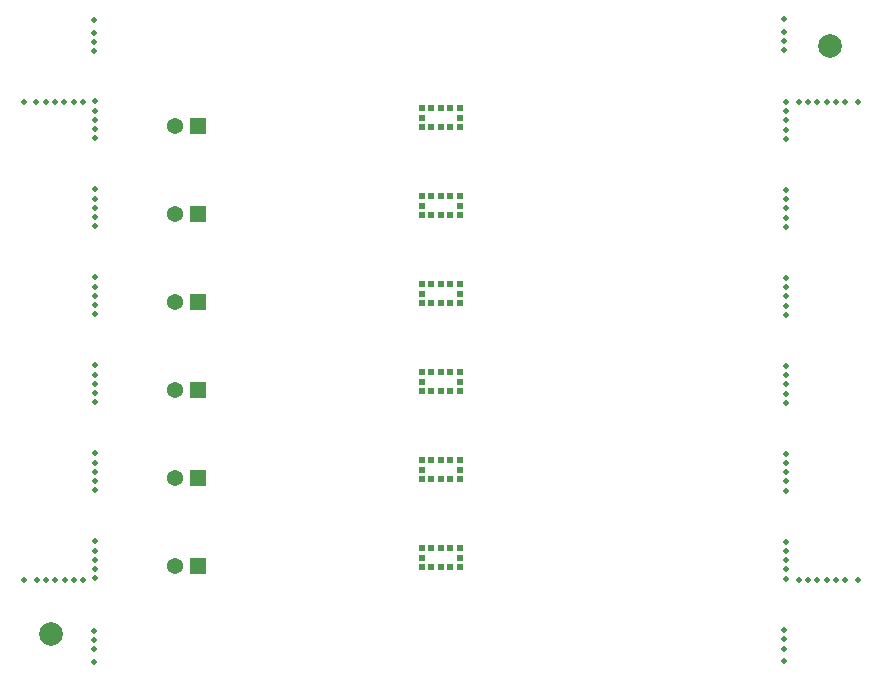
<source format=gbr>
%TF.GenerationSoftware,KiCad,Pcbnew,(5.1.9)-1*%
%TF.CreationDate,2022-02-15T00:45:03-06:00*%
%TF.ProjectId,CC_TOF_PANELIZED,43435f54-4f46-45f5-9041-4e454c495a45,000*%
%TF.SameCoordinates,Original*%
%TF.FileFunction,Soldermask,Bot*%
%TF.FilePolarity,Negative*%
%FSLAX46Y46*%
G04 Gerber Fmt 4.6, Leading zero omitted, Abs format (unit mm)*
G04 Created by KiCad (PCBNEW (5.1.9)-1) date 2022-02-15 00:45:03*
%MOMM*%
%LPD*%
G01*
G04 APERTURE LIST*
%ADD10R,1.368000X1.368000*%
%ADD11C,1.368000*%
%ADD12R,0.508000X0.508000*%
%ADD13C,0.500000*%
%ADD14C,2.000000*%
G04 APERTURE END LIST*
D10*
%TO.C,J2*%
X56215000Y-67840000D03*
D11*
X54215000Y-67840000D03*
%TD*%
D10*
%TO.C,J2*%
X56215000Y-60390000D03*
D11*
X54215000Y-60390000D03*
%TD*%
D10*
%TO.C,J2*%
X56215000Y-52940000D03*
D11*
X54215000Y-52940000D03*
%TD*%
D10*
%TO.C,J2*%
X56215000Y-45490000D03*
D11*
X54215000Y-45490000D03*
%TD*%
D10*
%TO.C,J2*%
X56215000Y-38040000D03*
D11*
X54215000Y-38040000D03*
%TD*%
D12*
%TO.C,U2*%
X78339999Y-66325027D03*
X77540001Y-66325027D03*
X76740000Y-66325027D03*
X75939999Y-66325027D03*
X75140001Y-66325027D03*
X75140054Y-67125000D03*
X75140001Y-67924973D03*
X75939999Y-67924973D03*
X76740000Y-67924973D03*
X77540001Y-67924973D03*
X78339999Y-67924973D03*
X78339946Y-67125000D03*
%TD*%
%TO.C,U2*%
X78339999Y-58875027D03*
X77540001Y-58875027D03*
X76740000Y-58875027D03*
X75939999Y-58875027D03*
X75140001Y-58875027D03*
X75140054Y-59675000D03*
X75140001Y-60474973D03*
X75939999Y-60474973D03*
X76740000Y-60474973D03*
X77540001Y-60474973D03*
X78339999Y-60474973D03*
X78339946Y-59675000D03*
%TD*%
%TO.C,U2*%
X78339999Y-51425027D03*
X77540001Y-51425027D03*
X76740000Y-51425027D03*
X75939999Y-51425027D03*
X75140001Y-51425027D03*
X75140054Y-52225000D03*
X75140001Y-53024973D03*
X75939999Y-53024973D03*
X76740000Y-53024973D03*
X77540001Y-53024973D03*
X78339999Y-53024973D03*
X78339946Y-52225000D03*
%TD*%
%TO.C,U2*%
X78339999Y-43975027D03*
X77540001Y-43975027D03*
X76740000Y-43975027D03*
X75939999Y-43975027D03*
X75140001Y-43975027D03*
X75140054Y-44775000D03*
X75140001Y-45574973D03*
X75939999Y-45574973D03*
X76740000Y-45574973D03*
X77540001Y-45574973D03*
X78339999Y-45574973D03*
X78339946Y-44775000D03*
%TD*%
%TO.C,U2*%
X78339999Y-36525027D03*
X77540001Y-36525027D03*
X76740000Y-36525027D03*
X75939999Y-36525027D03*
X75140001Y-36525027D03*
X75140054Y-37325000D03*
X75140001Y-38124973D03*
X75939999Y-38124973D03*
X76740000Y-38124973D03*
X77540001Y-38124973D03*
X78339999Y-38124973D03*
X78339946Y-37325000D03*
%TD*%
D13*
%TO.C,REF\u002A\u002A*%
X47510000Y-68079000D03*
%TD*%
%TO.C,REF\u002A\u002A*%
X47510000Y-60629000D03*
%TD*%
%TO.C,REF\u002A\u002A*%
X47510000Y-53179000D03*
%TD*%
%TO.C,REF\u002A\u002A*%
X47510000Y-45729000D03*
%TD*%
%TO.C,REF\u002A\u002A*%
X47510000Y-38279000D03*
%TD*%
%TO.C,REF\u002A\u002A*%
X47510000Y-65745000D03*
%TD*%
%TO.C,REF\u002A\u002A*%
X47510000Y-58295000D03*
%TD*%
%TO.C,REF\u002A\u002A*%
X47510000Y-50845000D03*
%TD*%
%TO.C,REF\u002A\u002A*%
X47510000Y-43395000D03*
%TD*%
%TO.C,REF\u002A\u002A*%
X47510000Y-35945000D03*
%TD*%
%TO.C,REF\u002A\u002A*%
X105980000Y-66571000D03*
%TD*%
%TO.C,REF\u002A\u002A*%
X105980000Y-59121000D03*
%TD*%
%TO.C,REF\u002A\u002A*%
X105980000Y-51671000D03*
%TD*%
%TO.C,REF\u002A\u002A*%
X105980000Y-44221000D03*
%TD*%
%TO.C,REF\u002A\u002A*%
X105980000Y-36771000D03*
%TD*%
%TO.C,REF\u002A\u002A*%
X105980000Y-67349000D03*
%TD*%
%TO.C,REF\u002A\u002A*%
X105980000Y-59899000D03*
%TD*%
%TO.C,REF\u002A\u002A*%
X105980000Y-52449000D03*
%TD*%
%TO.C,REF\u002A\u002A*%
X105980000Y-44999000D03*
%TD*%
%TO.C,REF\u002A\u002A*%
X105980000Y-37549000D03*
%TD*%
%TO.C,REF\u002A\u002A*%
X105980000Y-68905000D03*
%TD*%
%TO.C,REF\u002A\u002A*%
X105980000Y-61455000D03*
%TD*%
%TO.C,REF\u002A\u002A*%
X105980000Y-54005000D03*
%TD*%
%TO.C,REF\u002A\u002A*%
X105980000Y-46555000D03*
%TD*%
%TO.C,REF\u002A\u002A*%
X105980000Y-39105000D03*
%TD*%
%TO.C,REF\u002A\u002A*%
X47510000Y-66523000D03*
%TD*%
%TO.C,REF\u002A\u002A*%
X47510000Y-59073000D03*
%TD*%
%TO.C,REF\u002A\u002A*%
X47510000Y-51623000D03*
%TD*%
%TO.C,REF\u002A\u002A*%
X47510000Y-44173000D03*
%TD*%
%TO.C,REF\u002A\u002A*%
X47510000Y-36723000D03*
%TD*%
%TO.C,REF\u002A\u002A*%
X105980000Y-68127000D03*
%TD*%
%TO.C,REF\u002A\u002A*%
X105980000Y-60677000D03*
%TD*%
%TO.C,REF\u002A\u002A*%
X105980000Y-53227000D03*
%TD*%
%TO.C,REF\u002A\u002A*%
X105980000Y-45777000D03*
%TD*%
%TO.C,REF\u002A\u002A*%
X105980000Y-38327000D03*
%TD*%
%TO.C,REF\u002A\u002A*%
X47510000Y-67301000D03*
%TD*%
%TO.C,REF\u002A\u002A*%
X47510000Y-59851000D03*
%TD*%
%TO.C,REF\u002A\u002A*%
X47510000Y-52401000D03*
%TD*%
%TO.C,REF\u002A\u002A*%
X47510000Y-44951000D03*
%TD*%
%TO.C,REF\u002A\u002A*%
X47510000Y-37501000D03*
%TD*%
%TO.C,REF\u002A\u002A*%
X105980000Y-65793000D03*
%TD*%
%TO.C,REF\u002A\u002A*%
X105980000Y-58343000D03*
%TD*%
%TO.C,REF\u002A\u002A*%
X105980000Y-50893000D03*
%TD*%
%TO.C,REF\u002A\u002A*%
X105980000Y-43443000D03*
%TD*%
%TO.C,REF\u002A\u002A*%
X105980000Y-35993000D03*
%TD*%
%TO.C,REF\u002A\u002A*%
X47510000Y-68857000D03*
%TD*%
%TO.C,REF\u002A\u002A*%
X47510000Y-61407000D03*
%TD*%
%TO.C,REF\u002A\u002A*%
X47510000Y-53957000D03*
%TD*%
%TO.C,REF\u002A\u002A*%
X47510000Y-46507000D03*
%TD*%
%TO.C,REF\u002A\u002A*%
X47510000Y-39057000D03*
%TD*%
%TO.C,REF\u002A\u002A*%
X41460000Y-28505000D03*
%TD*%
%TO.C,REF\u002A\u002A*%
X43304000Y-28505000D03*
%TD*%
%TO.C,REF\u002A\u002A*%
X42520000Y-28505000D03*
%TD*%
%TO.C,REF\u002A\u002A*%
X44088000Y-28505000D03*
%TD*%
%TO.C,REF\u002A\u002A*%
X44872000Y-28505000D03*
%TD*%
%TO.C,REF\u002A\u002A*%
X45656000Y-28505000D03*
%TD*%
%TO.C,REF\u002A\u002A*%
X46440000Y-28505000D03*
%TD*%
%TO.C,REF\u002A\u002A*%
X41490000Y-69035000D03*
%TD*%
%TO.C,REF\u002A\u002A*%
X43334000Y-69035000D03*
%TD*%
%TO.C,REF\u002A\u002A*%
X42550000Y-69035000D03*
%TD*%
%TO.C,REF\u002A\u002A*%
X44118000Y-69035000D03*
%TD*%
%TO.C,REF\u002A\u002A*%
X44902000Y-69035000D03*
%TD*%
%TO.C,REF\u002A\u002A*%
X45686000Y-69035000D03*
%TD*%
%TO.C,REF\u002A\u002A*%
X46470000Y-69035000D03*
%TD*%
%TO.C,REF\u002A\u002A*%
X112050000Y-69055000D03*
%TD*%
%TO.C,REF\u002A\u002A*%
X110990000Y-69055000D03*
%TD*%
%TO.C,REF\u002A\u002A*%
X110206000Y-69055000D03*
%TD*%
%TO.C,REF\u002A\u002A*%
X109422000Y-69055000D03*
%TD*%
%TO.C,REF\u002A\u002A*%
X108638000Y-69055000D03*
%TD*%
%TO.C,REF\u002A\u002A*%
X107854000Y-69055000D03*
%TD*%
%TO.C,REF\u002A\u002A*%
X107070000Y-69055000D03*
%TD*%
%TO.C,REF\u002A\u002A*%
X112050000Y-28545000D03*
%TD*%
%TO.C,REF\u002A\u002A*%
X110990000Y-28545000D03*
%TD*%
%TO.C,REF\u002A\u002A*%
X110206000Y-28545000D03*
%TD*%
%TO.C,REF\u002A\u002A*%
X47510000Y-28495000D03*
%TD*%
%TO.C,REF\u002A\u002A*%
X47510000Y-29273000D03*
%TD*%
%TO.C,REF\u002A\u002A*%
X47510000Y-30051000D03*
%TD*%
%TO.C,REF\u002A\u002A*%
X47510000Y-30829000D03*
%TD*%
%TO.C,REF\u002A\u002A*%
X47510000Y-31607000D03*
%TD*%
%TO.C,REF\u002A\u002A*%
X105980000Y-28543000D03*
%TD*%
%TO.C,REF\u002A\u002A*%
X105980000Y-29321000D03*
%TD*%
%TO.C,REF\u002A\u002A*%
X105980000Y-30099000D03*
%TD*%
%TO.C,REF\u002A\u002A*%
X105980000Y-30877000D03*
%TD*%
%TO.C,REF\u002A\u002A*%
X105980000Y-31655000D03*
%TD*%
D14*
%TO.C,REF\u002A\u002A*%
X43740000Y-73610000D03*
%TD*%
%TO.C,REF\u002A\u002A*%
X109740000Y-23785000D03*
%TD*%
D13*
%TO.C,REF\u002A\u002A*%
X47400000Y-74865000D03*
%TD*%
%TO.C,REF\u002A\u002A*%
X47400000Y-73305000D03*
%TD*%
%TO.C,REF\u002A\u002A*%
X47400000Y-75945000D03*
%TD*%
%TO.C,REF\u002A\u002A*%
X47400000Y-74085000D03*
%TD*%
%TO.C,REF\u002A\u002A*%
X105800000Y-74825000D03*
%TD*%
%TO.C,REF\u002A\u002A*%
X105800000Y-73265000D03*
%TD*%
%TO.C,REF\u002A\u002A*%
X105800000Y-75905000D03*
%TD*%
%TO.C,REF\u002A\u002A*%
X105800000Y-74045000D03*
%TD*%
%TO.C,REF\u002A\u002A*%
X105800000Y-22625000D03*
%TD*%
%TO.C,REF\u002A\u002A*%
X105800000Y-24185000D03*
%TD*%
%TO.C,REF\u002A\u002A*%
X105800000Y-21545000D03*
%TD*%
%TO.C,REF\u002A\u002A*%
X105800000Y-23405000D03*
%TD*%
%TO.C,REF\u002A\u002A*%
X47400000Y-22665000D03*
%TD*%
%TO.C,REF\u002A\u002A*%
X47400000Y-24225000D03*
%TD*%
%TO.C,REF\u002A\u002A*%
X47400000Y-21585000D03*
%TD*%
%TO.C,REF\u002A\u002A*%
X47400000Y-23445000D03*
%TD*%
%TO.C,REF\u002A\u002A*%
X107070000Y-28545000D03*
%TD*%
%TO.C,REF\u002A\u002A*%
X107854000Y-28545000D03*
%TD*%
%TO.C,REF\u002A\u002A*%
X108638000Y-28545000D03*
%TD*%
%TO.C,REF\u002A\u002A*%
X109422000Y-28545000D03*
%TD*%
D12*
%TO.C,U2*%
X78339946Y-29875000D03*
X78339999Y-30674973D03*
X77540001Y-30674973D03*
X76740000Y-30674973D03*
X75939999Y-30674973D03*
X75140001Y-30674973D03*
X75140054Y-29875000D03*
X75140001Y-29075027D03*
X75939999Y-29075027D03*
X76740000Y-29075027D03*
X77540001Y-29075027D03*
X78339999Y-29075027D03*
%TD*%
D11*
%TO.C,J2*%
X54215000Y-30590000D03*
D10*
X56215000Y-30590000D03*
%TD*%
M02*

</source>
